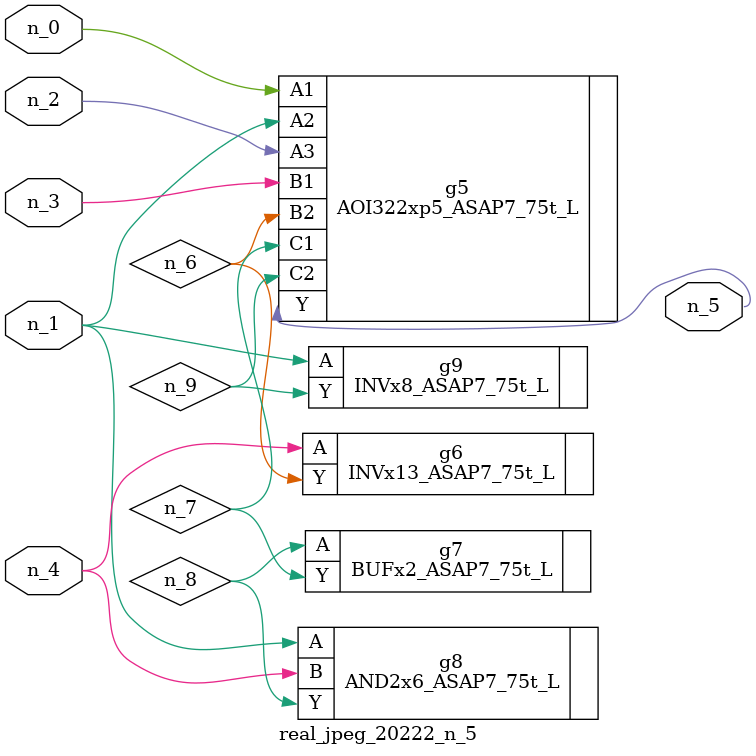
<source format=v>
module real_jpeg_20222_n_5 (n_4, n_0, n_1, n_2, n_3, n_5);

input n_4;
input n_0;
input n_1;
input n_2;
input n_3;

output n_5;

wire n_8;
wire n_6;
wire n_7;
wire n_9;

AOI322xp5_ASAP7_75t_L g5 ( 
.A1(n_0),
.A2(n_1),
.A3(n_2),
.B1(n_3),
.B2(n_6),
.C1(n_7),
.C2(n_9),
.Y(n_5)
);

AND2x6_ASAP7_75t_L g8 ( 
.A(n_1),
.B(n_4),
.Y(n_8)
);

INVx8_ASAP7_75t_L g9 ( 
.A(n_1),
.Y(n_9)
);

INVx13_ASAP7_75t_L g6 ( 
.A(n_4),
.Y(n_6)
);

BUFx2_ASAP7_75t_L g7 ( 
.A(n_8),
.Y(n_7)
);


endmodule
</source>
